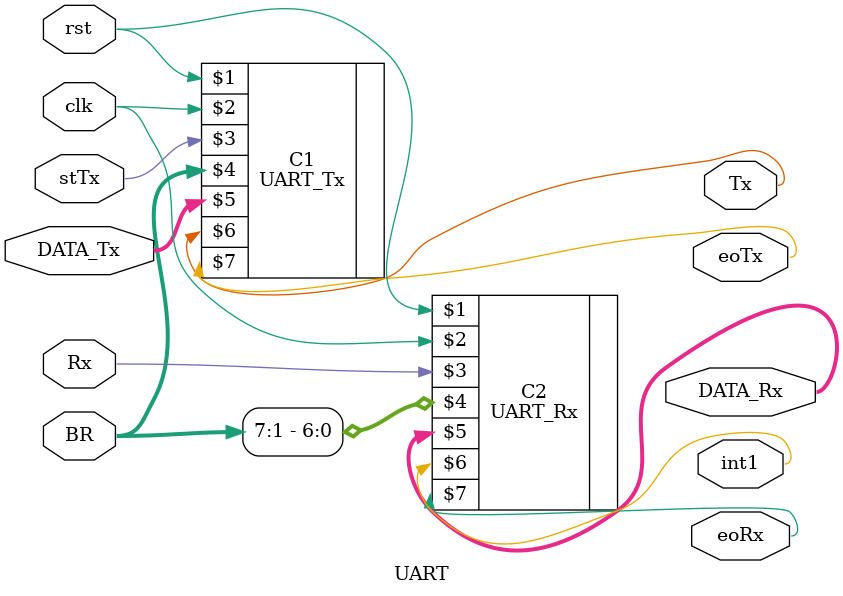
<source format=v>
module UART #(
	parameter n=8
	)
	(
	input rst,
	input clk,
	input [n-1:0] BR,
	
	input  [7:0] DATA_Tx,
	output [7:0] DATA_Rx, 
	
	output Tx,
	input  Rx,
		
	input  stTx,
	output eoTx, 
	output eoRx,
	output int1
	); 	 
	
	UART_Tx #(n)    C1(rst,clk,stTx,BR,DATA_Tx,Tx,eoTx);
	UART_Rx	#(n-1)  C2(rst,clk,Rx,BR[n-1:1],DATA_Rx,int1,eoRx);
	

endmodule
</source>
